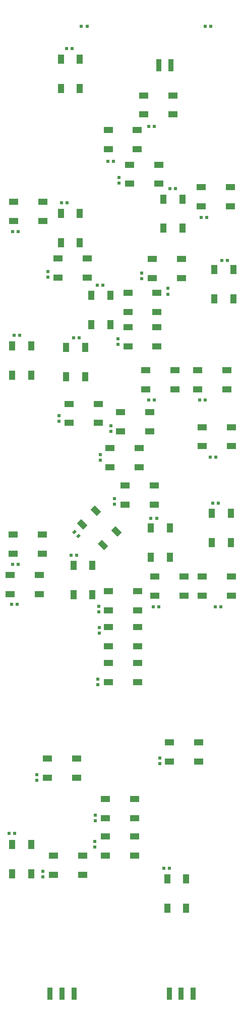
<source format=gbp>
G04 #@! TF.GenerationSoftware,KiCad,Pcbnew,5.1.5+dfsg1-2build2*
G04 #@! TF.CreationDate,2021-12-29T19:23:41+01:00*
G04 #@! TF.ProjectId,wall_usb,77616c6c-5f75-4736-922e-6b696361645f,rev?*
G04 #@! TF.SameCoordinates,Original*
G04 #@! TF.FileFunction,Paste,Bot*
G04 #@! TF.FilePolarity,Positive*
%FSLAX46Y46*%
G04 Gerber Fmt 4.6, Leading zero omitted, Abs format (unit mm)*
G04 Created by KiCad (PCBNEW 5.1.5+dfsg1-2build2) date 2021-12-29 19:23:41*
%MOMM*%
%LPD*%
G04 APERTURE LIST*
%ADD10R,0.890000X2.030000*%
%ADD11R,0.500000X0.600000*%
%ADD12R,1.000000X1.500000*%
%ADD13R,1.500000X1.000000*%
%ADD14R,0.600000X0.500000*%
%ADD15C,0.100000*%
G04 APERTURE END LIST*
D10*
X132000000Y-183985000D03*
X130000000Y-183985000D03*
X128000000Y-183985000D03*
X112000000Y-183985000D03*
X110000000Y-183985000D03*
X108000000Y-183985000D03*
X126250000Y-28515000D03*
X128250000Y-28515000D03*
D11*
X114190000Y-22000000D03*
X113250000Y-22000000D03*
X134970000Y-22000000D03*
X134030000Y-22000000D03*
D12*
X109800000Y-27550000D03*
X113000000Y-27550000D03*
X109800000Y-32450000D03*
X113000000Y-32450000D03*
D13*
X123750000Y-36800000D03*
X123750000Y-33600000D03*
X128650000Y-36800000D03*
X128650000Y-33600000D03*
X117750000Y-42600000D03*
X117750000Y-39400000D03*
X122650000Y-42600000D03*
X122650000Y-39400000D03*
X121350000Y-48400000D03*
X121350000Y-45200000D03*
X126250000Y-48400000D03*
X126250000Y-45200000D03*
X133350000Y-52200000D03*
X133350000Y-49000000D03*
X138250000Y-52200000D03*
X138250000Y-49000000D03*
D12*
X127000000Y-50950000D03*
X130200000Y-50950000D03*
X127000000Y-55850000D03*
X130200000Y-55850000D03*
D13*
X101850000Y-54600000D03*
X101850000Y-51400000D03*
X106750000Y-54600000D03*
X106750000Y-51400000D03*
D12*
X109800000Y-53350000D03*
X113000000Y-53350000D03*
X109800000Y-58250000D03*
X113000000Y-58250000D03*
D13*
X125150000Y-64200000D03*
X125150000Y-61000000D03*
X130050000Y-64200000D03*
X130050000Y-61000000D03*
X109300000Y-64100000D03*
X109300000Y-60900000D03*
X114200000Y-64100000D03*
X114200000Y-60900000D03*
D12*
X135600000Y-62750000D03*
X138800000Y-62750000D03*
X135600000Y-67650000D03*
X138800000Y-67650000D03*
D13*
X121050000Y-69850000D03*
X121050000Y-66650000D03*
X125950000Y-69850000D03*
X125950000Y-66650000D03*
D12*
X114900000Y-67050000D03*
X118100000Y-67050000D03*
X114900000Y-71950000D03*
X118100000Y-71950000D03*
D13*
X121050000Y-75600000D03*
X121050000Y-72400000D03*
X125950000Y-75600000D03*
X125950000Y-72400000D03*
D12*
X110650000Y-75800000D03*
X113850000Y-75800000D03*
X110650000Y-80700000D03*
X113850000Y-80700000D03*
X101650000Y-75550000D03*
X104850000Y-75550000D03*
X101650000Y-80450000D03*
X104850000Y-80450000D03*
X101650000Y-159050000D03*
X104850000Y-159050000D03*
X101650000Y-163950000D03*
X104850000Y-163950000D03*
D14*
X116300000Y-122730000D03*
X116300000Y-123670000D03*
X116000000Y-131330000D03*
X116000000Y-132270000D03*
X105800000Y-147330000D03*
X105800000Y-148270000D03*
X126400000Y-144530000D03*
X126400000Y-145470000D03*
X115500000Y-158530000D03*
X115500000Y-159470000D03*
X115600000Y-154130000D03*
X115600000Y-155070000D03*
X116400000Y-93730000D03*
X116400000Y-94670000D03*
X109500000Y-87230000D03*
X109500000Y-88170000D03*
D11*
X102870000Y-73800000D03*
X101930000Y-73800000D03*
D14*
X106800000Y-163530000D03*
X106800000Y-164470000D03*
D11*
X126270000Y-119200000D03*
X125330000Y-119200000D03*
D14*
X118200000Y-88930000D03*
X118200000Y-89870000D03*
D11*
X112870000Y-74200000D03*
X111930000Y-74200000D03*
X136670000Y-119200000D03*
X135730000Y-119200000D03*
X135800000Y-94200000D03*
X134860000Y-94200000D03*
X128070000Y-163000000D03*
X127130000Y-163000000D03*
X102070000Y-157200000D03*
X101130000Y-157200000D03*
D13*
X132800000Y-82850000D03*
X132800000Y-79650000D03*
X137700000Y-82850000D03*
X137700000Y-79650000D03*
X124050000Y-82850000D03*
X124050000Y-79650000D03*
X128950000Y-82850000D03*
X128950000Y-79650000D03*
X111200000Y-88450000D03*
X111200000Y-85250000D03*
X116100000Y-88450000D03*
X116100000Y-85250000D03*
X119800000Y-89850000D03*
X119800000Y-86650000D03*
X124700000Y-89850000D03*
X124700000Y-86650000D03*
X133550000Y-92350000D03*
X133550000Y-89150000D03*
X138450000Y-92350000D03*
X138450000Y-89150000D03*
X118050000Y-95850000D03*
X118050000Y-92650000D03*
X122950000Y-95850000D03*
X122950000Y-92650000D03*
X120550000Y-102100000D03*
X120550000Y-98900000D03*
X125450000Y-102100000D03*
X125450000Y-98900000D03*
D12*
X135150000Y-103550000D03*
X138350000Y-103550000D03*
X135150000Y-108450000D03*
X138350000Y-108450000D03*
D15*
G36*
X112502335Y-105222182D02*
G01*
X113209441Y-104515076D01*
X114270101Y-105575736D01*
X113562995Y-106282842D01*
X112502335Y-105222182D01*
G37*
G36*
X114765076Y-102959441D02*
G01*
X115472182Y-102252335D01*
X116532842Y-103312995D01*
X115825736Y-104020101D01*
X114765076Y-102959441D01*
G37*
G36*
X115967158Y-108687005D02*
G01*
X116674264Y-107979899D01*
X117734924Y-109040559D01*
X117027818Y-109747665D01*
X115967158Y-108687005D01*
G37*
G36*
X118229899Y-106424264D02*
G01*
X118937005Y-105717158D01*
X119997665Y-106777818D01*
X119290559Y-107484924D01*
X118229899Y-106424264D01*
G37*
D12*
X124900000Y-106050000D03*
X128100000Y-106050000D03*
X124900000Y-110950000D03*
X128100000Y-110950000D03*
D13*
X101800000Y-110350000D03*
X101800000Y-107150000D03*
X106700000Y-110350000D03*
X106700000Y-107150000D03*
X101300000Y-117100000D03*
X101300000Y-113900000D03*
X106200000Y-117100000D03*
X106200000Y-113900000D03*
D12*
X111900000Y-112300000D03*
X115100000Y-112300000D03*
X111900000Y-117200000D03*
X115100000Y-117200000D03*
D13*
X133550000Y-117350000D03*
X133550000Y-114150000D03*
X138450000Y-117350000D03*
X138450000Y-114150000D03*
X125550000Y-117350000D03*
X125550000Y-114150000D03*
X130450000Y-117350000D03*
X130450000Y-114150000D03*
X117800000Y-119850000D03*
X117800000Y-116650000D03*
X122700000Y-119850000D03*
X122700000Y-116650000D03*
X117800000Y-125850000D03*
X117800000Y-122650000D03*
X122700000Y-125850000D03*
X122700000Y-122650000D03*
X117800000Y-131850000D03*
X117800000Y-128650000D03*
X122700000Y-131850000D03*
X122700000Y-128650000D03*
X128050000Y-145100000D03*
X128050000Y-141900000D03*
X132950000Y-145100000D03*
X132950000Y-141900000D03*
X107550000Y-147850000D03*
X107550000Y-144650000D03*
X112450000Y-147850000D03*
X112450000Y-144650000D03*
X117300000Y-154600000D03*
X117300000Y-151400000D03*
X122200000Y-154600000D03*
X122200000Y-151400000D03*
X117300000Y-160850000D03*
X117300000Y-157650000D03*
X122200000Y-160850000D03*
X122200000Y-157650000D03*
X108550000Y-164100000D03*
X108550000Y-160900000D03*
X113450000Y-164100000D03*
X113450000Y-160900000D03*
D12*
X127650000Y-164800000D03*
X130850000Y-164800000D03*
X127650000Y-169700000D03*
X130850000Y-169700000D03*
D14*
X123400000Y-63330000D03*
X123400000Y-64270000D03*
D11*
X116870000Y-65400000D03*
X115930000Y-65400000D03*
D14*
X107600000Y-63130000D03*
X107600000Y-64070000D03*
D11*
X110870000Y-51600000D03*
X109930000Y-51600000D03*
X129070000Y-49200000D03*
X128130000Y-49200000D03*
X134270000Y-54000000D03*
X133330000Y-54000000D03*
X102670000Y-56400000D03*
X101730000Y-56400000D03*
X125470000Y-38800000D03*
X124530000Y-38800000D03*
D14*
X119600000Y-47330000D03*
X119600000Y-48270000D03*
D11*
X118670000Y-44600000D03*
X117730000Y-44600000D03*
D14*
X127800000Y-65930000D03*
X127800000Y-66870000D03*
D11*
X136270000Y-101900000D03*
X135330000Y-101900000D03*
D14*
X119400000Y-74330000D03*
X119400000Y-75270000D03*
D11*
X137770000Y-61200000D03*
X136830000Y-61200000D03*
X125470000Y-84600000D03*
X124530000Y-84600000D03*
X102670000Y-112100000D03*
X101730000Y-112100000D03*
X134070000Y-84600000D03*
X133130000Y-84600000D03*
X102470000Y-118800000D03*
X101530000Y-118800000D03*
X125870000Y-104400000D03*
X124930000Y-104400000D03*
X112470000Y-110600000D03*
X111530000Y-110600000D03*
D15*
G36*
X112343431Y-107367695D02*
G01*
X112767695Y-106943431D01*
X113121249Y-107296985D01*
X112696985Y-107721249D01*
X112343431Y-107367695D01*
G37*
G36*
X111678751Y-106703015D02*
G01*
X112103015Y-106278751D01*
X112456569Y-106632305D01*
X112032305Y-107056569D01*
X111678751Y-106703015D01*
G37*
D14*
X118800000Y-101130000D03*
X118800000Y-102070000D03*
X116200000Y-119130000D03*
X116200000Y-120070000D03*
D11*
X111670000Y-25800000D03*
X110730000Y-25800000D03*
M02*

</source>
